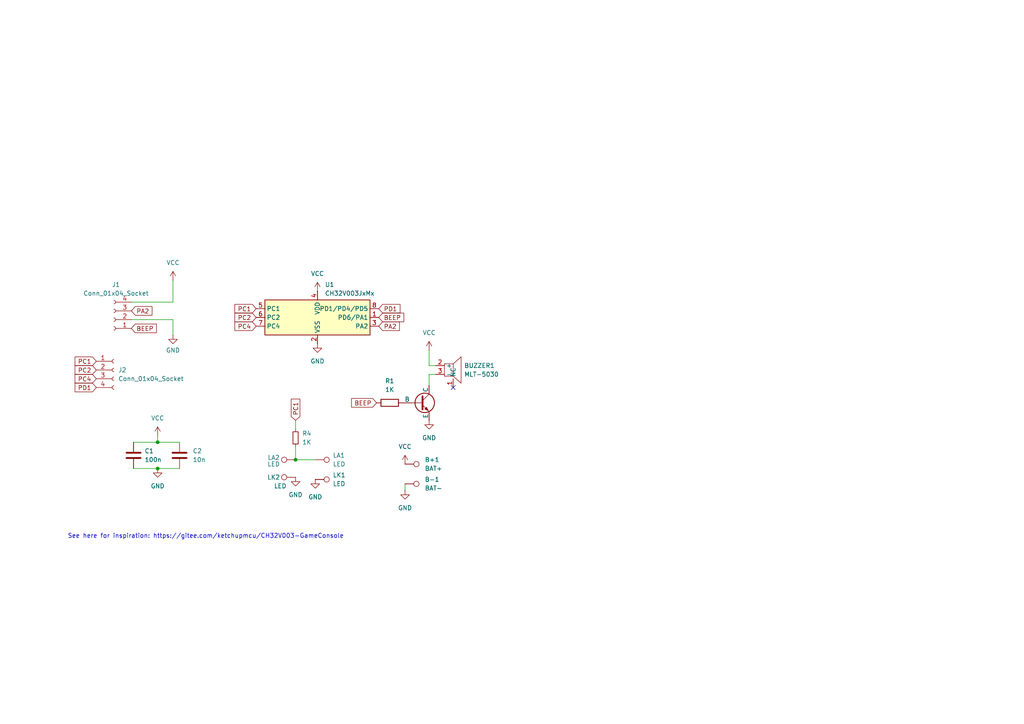
<source format=kicad_sch>
(kicad_sch (version 20250114) (generator "eeschema") (generator_version "9.0")
  (paper "A4")
  (lib_symbols
    (symbol "Connector:Conn_01x04_Socket" (pin_names (offset 1.016) (hide yes))
      (property "Reference" "J" (at 0 5.08 0))
      (property "Value" "Conn_01x04_Socket" (at 0 -7.62 0))
      (symbol "Conn_01x04_Socket_1_1"
        (polyline (pts (xy -1.27 2.54) (xy -0.508 2.54)) (stroke (width 0.1524)))
        (polyline (pts (xy -1.27 0) (xy -0.508 0)) (stroke (width 0.1524)))
        (polyline (pts (xy -1.27 -2.54) (xy -0.508 -2.54)) (stroke (width 0.1524)))
        (polyline (pts (xy -1.27 -5.08) (xy -0.508 -5.08)) (stroke (width 0.1524)))
        (arc (start 0 2.032) (mid -0.5058 2.54) (end 0 3.048) (stroke (width 0.1524)))
        (arc (start 0 -0.508) (mid -0.5058 0) (end 0 0.508) (stroke (width 0.1524)))
        (arc (start 0 -3.048) (mid -0.5058 -2.54) (end 0 -2.032) (stroke (width 0.1524)))
        (arc (start 0 -5.588) (mid -0.5058 -5.08) (end 0 -4.572) (stroke (width 0.1524)))
        (pin passive line (at -5.08 2.54 0) (length 3.81) (name "Pin_1") (number "1"))
        (pin passive line (at -5.08 0 0) (length 3.81) (name "Pin_2") (number "2"))
        (pin passive line (at -5.08 -2.54 0) (length 3.81) (name "Pin_3") (number "3"))
        (pin passive line (at -5.08 -5.08 0) (length 3.81) (name "Pin_4") (number "4"))
      )
    )
    (symbol "Connector:TestPoint" (pin_numbers (hide yes)) (pin_names (offset 0.762) (hide yes))
      (property "Reference" "TP" (at 0 6.858 0))
      (property "Value" "TestPoint" (at 0 5.08 0))
      (symbol "TestPoint_0_1"
        (circle (center 0 3.302) (radius 0.762))
      )
      (symbol "TestPoint_1_1"
        (pin passive line (at 0 0 90) (length 2.54) (name "1") (number "1"))
      )
    )
    (symbol "Device:C" (pin_numbers (hide yes)) (pin_names (offset 0.254))
      (property "Reference" "C" (at 0.635 2.54 0))
      (property "Value" "C" (at 0.635 -2.54 0))
      (symbol "C_0_1"
        (polyline (pts (xy -2.032 0.762) (xy 2.032 0.762)) (stroke (width 0.508)))
        (polyline (pts (xy -2.032 -0.762) (xy 2.032 -0.762)) (stroke (width 0.508)))
      )
      (symbol "C_1_1"
        (pin passive line (at 0 3.81 270) (length 2.794) (name "~") (number "1"))
        (pin passive line (at 0 -3.81 90) (length 2.794) (name "~") (number "2"))
      )
    )
    (symbol "Device:R" (pin_numbers (hide yes)) (pin_names (offset 0))
      (property "Reference" "R" (at 2.032 0 90))
      (property "Value" "R" (at 0 0 90))
      (symbol "R_0_1"
        (rectangle (start -1.016 -2.54) (end 1.016 2.54) (stroke (width 0.254)))
      )
      (symbol "R_1_1"
        (pin passive line (at 0 3.81 270) (length 1.27) (name "~") (number "1"))
        (pin passive line (at 0 -3.81 90) (length 1.27) (name "~") (number "2"))
      )
    )
    (symbol "Device:R_Small" (pin_numbers (hide yes)) (pin_names (offset 0.254) (hide yes))
      (property "Reference" "R" (at 0.762 0.508 0))
      (property "Value" "R_Small" (at 0.762 -1.016 0))
      (symbol "R_Small_0_1"
        (rectangle (start -0.762 1.778) (end 0.762 -1.778) (stroke (width 0.2032)))
      )
      (symbol "R_Small_1_1"
        (pin passive line (at 0 2.54 270) (length 0.762) (name "~") (number "1"))
        (pin passive line (at 0 -2.54 90) (length 0.762) (name "~") (number "2"))
      )
    )
    (symbol "MCU_WCH_CH32V0:CH32V003JxMx"
      (property "Reference" "U" (at -15.24 7.62 0))
      (property "Value" "CH32V003JxMx" (at 15.24 7.62 0))
      (symbol "CH32V003JxMx_1_1"
        (rectangle (start -15.24 5.08) (end 15.24 -5.08) (stroke (width 0.254)) (fill (type background)))
        (pin bidirectional line (at -17.78 2.54 0) (length 2.54) (name "PC1") (number "5"))
        (pin bidirectional line (at -17.78 0 0) (length 2.54) (name "PC2") (number "6"))
        (pin bidirectional line (at -17.78 -2.54 0) (length 2.54) (name "PC4") (number "7"))
        (pin power_in line (at 0 7.62 270) (length 2.54) (name "VDD") (number "4"))
        (pin power_in line (at 0 -7.62 90) (length 2.54) (name "VSS") (number "2"))
        (pin bidirectional line (at 17.78 2.54 180) (length 2.54) (name "PD1/PD4/PD5") (number "8"))
        (pin bidirectional line (at 17.78 0 180) (length 2.54) (name "PD6/PA1") (number "1"))
        (pin bidirectional line (at 17.78 -2.54 180) (length 2.54) (name "PA2") (number "3"))
      )
    )
    (symbol "MMBT2222A_1" (pin_numbers (hide yes)) (pin_names (offset 0))
      (property "Reference" "Q" (at 5.08 1.905 0))
      (property "Value" "MMBT2222A" (at 5.08 0 0))
      (symbol "MMBT2222A_1_0_1"
        (polyline (pts (xy -2.54 0) (xy 0.635 0)))
        (polyline (pts (xy 0.635 1.905) (xy 0.635 -1.905)) (stroke (width 0.508)))
        (circle (center 1.27 0) (radius 2.8194) (stroke (width 0.254)))
      )
      (symbol "MMBT2222A_1_1_1"
        (polyline (pts (xy 0.635 0.635) (xy 2.54 2.54)))
        (polyline (pts (xy 0.635 -0.635) (xy 2.54 -2.54)))
        (polyline (pts (xy 1.27 -1.778) (xy 1.778 -1.27) (xy 2.286 -2.286) (xy 1.27 -1.778)) (fill (type outline)))
        (pin input line (at -5.08 0 0) (length 2.54) (name "B") (number "1"))
        (pin passive line (at 2.54 5.08 270) (length 2.54) (name "C") (number "3"))
        (pin passive line (at 2.54 -5.08 90) (length 2.54) (name "E") (number "2"))
      )
    )
    (symbol "easyeda2kicad:MLT-5030"
      (property "Reference" "BUZZER" (at 0 6.35 0))
      (property "Value" "MLT-5030" (at 0 -10.16 0))
      (symbol "MLT-5030_0_1"
        (polyline (pts (xy -1.27 1.78) (xy -1.27 -1.78)))
        (polyline (pts (xy -1.27 1.78) (xy 1.27 1.78)))
        (polyline (pts (xy -1.27 -1.78) (xy 1.27 -1.78)))
        (polyline (pts (xy 1.27 1.78) (xy 1.27 -1.78)))
        (polyline (pts (xy 1.27 -1.78) (xy 3.56 -3.81)))
        (polyline (pts (xy 3.56 3.81) (xy 1.27 1.78)))
        (polyline (pts (xy 3.56 3.81) (xy 3.56 -3.81)))
        (pin unspecified line (at -3.81 1.27 0) (length 2.54) (name "+") (number "2"))
        (pin unspecified line (at -3.81 -1.27 0) (length 2.54) (name "-") (number "3"))
        (pin unspecified line (at 1.27 -5.08 90) (length 2.54) (name "NC") (number "1"))
      )
    )
    (symbol "power:GND" (power) (pin_numbers (hide yes)) (pin_names (offset 0) (hide yes))
      (property "Value" "GND" (at 0 -3.81 0))
      (symbol "GND_0_1"
        (polyline (pts (xy 0 0) (xy 0 -1.27) (xy 1.27 -1.27) (xy 0 -2.54) (xy -1.27 -1.27) (xy 0 -1.27)))
      )
      (symbol "GND_1_1"
        (pin power_in line (at 0 0 270) (length 0) (name "~") (number "1"))
      )
    )
    (symbol "power:VCC" (power) (pin_numbers (hide yes)) (pin_names (offset 0) (hide yes))
      (property "Value" "VCC" (at 0 3.556 0))
      (symbol "VCC_0_1"
        (polyline (pts (xy -0.762 1.27) (xy 0 2.54)))
        (polyline (pts (xy 0 2.54) (xy 0.762 1.27)))
        (polyline (pts (xy 0 0) (xy 0 2.54)))
      )
      (symbol "VCC_1_1"
        (pin power_in line (at 0 0 90) (length 0) (name "~") (number "1"))
      )
    )
  )
  (text "See here for inspiration: https://gitee.com/ketchupmcu/CH32V003-GameConsole" (at 59.69 155.575 0) (effects (font (size 1.27 1.27))))
  (junction (at 85.725 133.35))
  (junction (at 45.72 128.27))
  (junction (at 45.72 135.89))
  (no_connect (at 131.445 112.395))
  (wire (pts (xy 50.165 81.28) (xy 50.165 87.63)))
  (wire (pts (xy 124.46 108.585) (xy 126.365 108.585)))
  (wire (pts (xy 38.735 135.89) (xy 45.72 135.89)))
  (wire (pts (xy 45.72 135.89) (xy 52.07 135.89)))
  (wire (pts (xy 38.735 128.27) (xy 45.72 128.27)))
  (wire (pts (xy 85.725 121.92) (xy 85.725 124.46)))
  (wire (pts (xy 124.46 108.585) (xy 124.46 111.76)))
  (wire (pts (xy 117.475 140.335) (xy 117.475 142.24)))
  (wire (pts (xy 85.725 129.54) (xy 85.725 133.35)))
  (wire (pts (xy 85.725 133.35) (xy 91.44 133.35)))
  (wire (pts (xy 124.46 101.6) (xy 124.46 106.045)))
  (wire (pts (xy 50.165 92.71) (xy 50.165 97.155)))
  (wire (pts (xy 124.46 106.045) (xy 126.365 106.045)))
  (wire (pts (xy 38.1 87.63) (xy 50.165 87.63)))
  (wire (pts (xy 45.72 128.27) (xy 52.07 128.27)))
  (wire (pts (xy 45.72 126.365) (xy 45.72 128.27)))
  (wire (pts (xy 38.1 92.71) (xy 50.165 92.71)))
  (global_label "PC2" (shape input) (at 27.94 107.315 180) (property "Intersheetrefs" "${INTERSHEET_REFS}" (effects (hide yes))))
  (global_label "PA2" (shape input) (at 109.855 94.615 0) (property "Intersheetrefs" "${INTERSHEET_REFS}" (effects (hide yes))))
  (global_label "PC4" (shape input) (at 27.94 109.855 180) (property "Intersheetrefs" "${INTERSHEET_REFS}" (effects (hide yes))))
  (global_label "BEEP" (shape input) (at 38.1 95.25 0) (property "Intersheetrefs" "${INTERSHEET_REFS}" (effects (hide yes))))
  (global_label "PD1" (shape input) (at 109.855 89.535 0) (property "Intersheetrefs" "${INTERSHEET_REFS}" (effects (hide yes))))
  (global_label "PC2" (shape input) (at 74.295 92.075 180) (property "Intersheetrefs" "${INTERSHEET_REFS}" (effects (hide yes))))
  (global_label "PC1" (shape input) (at 74.295 89.535 180) (property "Intersheetrefs" "${INTERSHEET_REFS}" (effects (hide yes))))
  (global_label "PC1" (shape input) (at 27.94 104.775 180) (property "Intersheetrefs" "${INTERSHEET_REFS}" (effects (hide yes))))
  (global_label "BEEP" (shape input) (at 109.22 116.84 180) (property "Intersheetrefs" "${INTERSHEET_REFS}" (effects (hide yes))))
  (global_label "PC4" (shape input) (at 74.295 94.615 180) (property "Intersheetrefs" "${INTERSHEET_REFS}" (effects (hide yes))))
  (global_label "BEEP" (shape input) (at 109.855 92.075 0) (property "Intersheetrefs" "${INTERSHEET_REFS}" (effects (hide yes))))
  (global_label "PD1" (shape input) (at 27.94 112.395 180) (property "Intersheetrefs" "${INTERSHEET_REFS}" (effects (hide yes))))
  (global_label "PC1" (shape input) (at 85.725 121.92 90) (property "Intersheetrefs" "${INTERSHEET_REFS}" (effects (hide yes))))
  (global_label "PA2" (shape input) (at 38.1 90.17 0) (property "Intersheetrefs" "${INTERSHEET_REFS}" (effects (hide yes))))
  (symbol (lib_id "Connector:TestPoint") (at 85.725 138.43 90) (unit 1)
    (property "Reference" "LK2" (at 79.375 138.43 90))
    (property "Value" "LED" (at 81.28 140.97 90))
    (property "Footprint" "TestPoint:TestPoint_Pad_1.5x1.5mm" (effects (hide yes)))
    (property "Description" "test point" (effects (hide yes)))
  )
  (symbol (lib_id "Device:R_Small") (at 85.725 127 180) (unit 1)
    (property "Reference" "R4" (at 87.63 125.7299 0) (effects (justify right)))
    (property "Value" "1K" (at 87.63 128.2699 0) (effects (justify right)))
    (property "Footprint" "Resistor_SMD:R_0603_1608Metric" (effects (hide yes)))
    (property "Description" "Resistor, small symbol" (effects (hide yes)))
  )
  (symbol (lib_id "power:GND") (at 50.165 97.155 0) (unit 1)
    (property "Reference" "#PWR09" (effects (hide yes)))
    (property "Value" "GND" (at 50.165 101.6 0))
    (property "Description" "Power symbol creates a global label with name \"GND\" , ground" (effects (hide yes)))
  )
  (symbol (lib_name "MMBT2222A_1") (lib_id "Transistor_BJT:MMBT2222A") (at 121.92 116.84 0) (unit 1)
    (property "Reference" "Q2" (effects (hide yes)))
    (property "Value" "MMBT2222A" (effects (hide yes)))
    (property "Footprint" "Package_TO_SOT_SMD:SOT-23" (effects (hide yes)))
    (property "Datasheet" "https://assets.nexperia.com/documents/data-sheet/MMBT2222A.pdf" (effects (hide yes)))
    (property "Description" "600mA Ic, 40V Vce, NPN Transistor, SOT-23" (effects (hide yes)))
  )
  (symbol (lib_id "Connector:TestPoint") (at 85.725 133.35 90) (unit 1)
    (property "Reference" "LA2" (at 79.375 132.715 90))
    (property "Value" "LED" (at 79.375 134.62 90))
    (property "Footprint" "TestPoint:TestPoint_Pad_1.5x1.5mm" (effects (hide yes)))
    (property "Description" "test point" (effects (hide yes)))
  )
  (symbol (lib_id "Device:C") (at 52.07 132.08 0) (unit 1)
    (property "Reference" "C2" (at 55.88 130.8099 0) (effects (justify left)))
    (property "Value" "10n" (at 55.88 133.3499 0) (effects (justify left)))
    (property "Footprint" "Capacitor_SMD:C_0603_1608Metric" (effects (hide yes)))
    (property "Description" "Unpolarized capacitor" (effects (hide yes)))
  )
  (symbol (lib_id "MCU_WCH_CH32V0:CH32V003JxMx") (at 92.075 92.075 0) (unit 1)
    (property "Reference" "U1" (at 94.2183 82.55 0) (effects (justify left)))
    (property "Value" "CH32V003JxMx" (at 94.2183 85.09 0) (effects (justify left)))
    (property "Footprint" "Package_SO:JEITA_SOIC-8_3.9x4.9mm_P1.27mm" (effects (hide yes)))
    (property "Datasheet" "https://www.wch-ic.com/products/CH32V003.html" (effects (hide yes)))
    (property "Description" "CH32V003 series are industrial-grade general-purpose microcontrollers designed based on 32-bit RISC-V instruction set and architecture. It adopts QingKe V2A core, RV32EC instruction set, and supports 2 levels of interrupt nesting. The series are mounted with rich peripheral interfaces and function modules. Its internal organizational structure meets the low-cost and low-power embedded application scenarios. JEITA SOIC-8 (SOP-8)" (effects (hide yes)))
  )
  (symbol (lib_id "power:VCC") (at 117.475 134.62 0) (unit 1)
    (property "Reference" "#PWR02" (effects (hide yes)))
    (property "Value" "VCC" (at 117.475 129.54 0))
    (property "Description" "Power symbol creates a global label with name \"VCC\"" (effects (hide yes)))
  )
  (symbol (lib_id "power:VCC") (at 45.72 126.365 0) (unit 1)
    (property "Reference" "#PWR05" (effects (hide yes)))
    (property "Value" "VCC" (at 45.72 121.285 0))
    (property "Description" "Power symbol creates a global label with name \"VCC\"" (effects (hide yes)))
  )
  (symbol (lib_id "power:VCC") (at 124.46 101.6 0) (unit 1)
    (property "Reference" "#PWR07" (effects (hide yes)))
    (property "Value" "VCC" (at 124.46 96.52 0))
    (property "Description" "Power symbol creates a global label with name \"VCC\"" (effects (hide yes)))
  )
  (symbol (lib_id "Connector:TestPoint") (at 91.44 139.065 270) (unit 1)
    (property "Reference" "LK1" (at 96.52 137.7949 90) (effects (justify left)))
    (property "Value" "LED" (at 96.52 140.3349 90) (effects (justify left)))
    (property "Footprint" "TestPoint:TestPoint_Pad_1.5x1.5mm" (effects (hide yes)))
    (property "Description" "test point" (effects (hide yes)))
  )
  (symbol (lib_id "Connector:Conn_01x04_Socket") (at 33.02 107.315 0) (unit 1)
    (property "Reference" "J2" (at 34.29 107.3149 0) (effects (justify left)))
    (property "Value" "Conn_01x04_Socket" (at 34.29 109.8549 0) (effects (justify left)))
    (property "Footprint" "Connector_PinHeader_2.54mm:PinHeader_1x04_P2.54mm_Vertical" (effects (hide yes)))
    (property "Description" "Generic connector, single row, 01x04, script generated" (effects (hide yes)))
  )
  (symbol (lib_id "Device:R") (at 113.03 116.84 270) (unit 1)
    (property "Reference" "R1" (at 113.03 110.49 90))
    (property "Value" "1K" (at 113.03 113.03 90))
    (property "Footprint" "Resistor_SMD:R_0603_1608Metric" (effects (hide yes)))
    (property "Description" "Resistor" (effects (hide yes)))
  )
  (symbol (lib_id "power:GND") (at 117.475 142.24 0) (unit 1)
    (property "Reference" "#PWR01" (effects (hide yes)))
    (property "Value" "GND" (at 117.475 147.32 0))
    (property "Description" "Power symbol creates a global label with name \"GND\" , ground" (effects (hide yes)))
  )
  (symbol (lib_id "power:GND") (at 45.72 135.89 0) (unit 1)
    (property "Reference" "#PWR06" (effects (hide yes)))
    (property "Value" "GND" (at 45.72 140.97 0))
    (property "Description" "Power symbol creates a global label with name \"GND\" , ground" (effects (hide yes)))
  )
  (symbol (lib_id "Connector:TestPoint") (at 117.475 140.335 270) (unit 1)
    (property "Reference" "B-1" (at 123.19 139.0649 90) (effects (justify left)))
    (property "Value" "BAT-" (at 123.19 141.6049 90) (effects (justify left)))
    (property "Footprint" "TestPoint:TestPoint_Pad_1.5x1.5mm" (effects (hide yes)))
    (property "Description" "test point" (effects (hide yes)))
  )
  (symbol (lib_id "power:VCC") (at 92.075 84.455 0) (unit 1)
    (property "Reference" "#PWR03" (effects (hide yes)))
    (property "Value" "VCC" (at 92.075 79.375 0))
    (property "Description" "Power symbol creates a global label with name \"VCC\"" (effects (hide yes)))
  )
  (symbol (lib_id "power:GND") (at 92.075 99.695 0) (unit 1)
    (property "Reference" "#PWR04" (effects (hide yes)))
    (property "Value" "GND" (at 92.075 104.775 0))
    (property "Description" "Power symbol creates a global label with name \"GND\" , ground" (effects (hide yes)))
  )
  (symbol (lib_id "power:GND") (at 85.725 138.43 0) (unit 1)
    (property "Reference" "#PWR012" (effects (hide yes)))
    (property "Value" "GND" (at 85.725 143.51 0))
    (property "Description" "Power symbol creates a global label with name \"GND\" , ground" (effects (hide yes)))
  )
  (symbol (lib_id "Connector:TestPoint") (at 117.475 134.62 270) (unit 1)
    (property "Reference" "B+1" (at 123.19 133.3499 90) (effects (justify left)))
    (property "Value" "BAT+" (at 123.19 135.8899 90) (effects (justify left)))
    (property "Footprint" "TestPoint:TestPoint_Pad_1.5x1.5mm" (effects (hide yes)))
    (property "Description" "test point" (effects (hide yes)))
  )
  (symbol (lib_id "Connector:Conn_01x04_Socket") (at 33.02 92.71 180) (unit 1)
    (property "Reference" "J1" (at 33.655 82.55 0))
    (property "Value" "Conn_01x04_Socket" (at 33.655 85.09 0))
    (property "Footprint" "Connector_PinHeader_2.54mm:PinHeader_1x04_P2.54mm_Vertical" (effects (hide yes)))
    (property "Description" "Generic connector, single row, 01x04, script generated" (effects (hide yes)))
  )
  (symbol (lib_id "Device:C") (at 38.735 132.08 0) (unit 1)
    (property "Reference" "C1" (at 41.91 130.8099 0) (effects (justify left)))
    (property "Value" "100n" (at 41.91 133.3499 0) (effects (justify left)))
    (property "Footprint" "Capacitor_SMD:C_0603_1608Metric" (effects (hide yes)))
    (property "Description" "Unpolarized capacitor" (effects (hide yes)))
  )
  (symbol (lib_id "power:GND") (at 124.46 121.92 0) (unit 1)
    (property "Reference" "#PWR08" (effects (hide yes)))
    (property "Value" "GND" (at 124.46 127 0))
    (property "Description" "Power symbol creates a global label with name \"GND\" , ground" (effects (hide yes)))
  )
  (symbol (lib_id "Connector:TestPoint") (at 91.44 133.35 270) (unit 1)
    (property "Reference" "LA1" (at 96.52 132.0799 90) (effects (justify left)))
    (property "Value" "LED" (at 96.52 134.6199 90) (effects (justify left)))
    (property "Footprint" "TestPoint:TestPoint_Pad_1.5x1.5mm" (effects (hide yes)))
    (property "Description" "test point" (effects (hide yes)))
  )
  (symbol (lib_id "power:GND") (at 91.44 139.065 0) (unit 1)
    (property "Reference" "#PWR013" (effects (hide yes)))
    (property "Value" "GND" (at 91.44 144.145 0))
    (property "Description" "Power symbol creates a global label with name \"GND\" , ground" (effects (hide yes)))
  )
  (symbol (lib_id "easyeda2kicad:MLT-5030") (at 130.175 107.315 0) (unit 1)
    (property "Reference" "BUZZER1" (at 134.62 106.0449 0) (effects (justify left)))
    (property "Value" "MLT-5030" (at 134.62 108.5849 0) (effects (justify left)))
    (property "Footprint" "easyeda2kicad:BUZ-SMD_3P-L5.2-W5.2-P3.50-BR" (effects (hide yes)))
    (property "Datasheet" "https://lcsc.com/product-detail/Buzzers_MLT-5030_C95297.html" (effects (hide yes)))
    (property "LCSC Part" "C95297" (effects (hide yes)))
  )
  (symbol (lib_id "power:VCC") (at 50.165 81.28 0) (unit 1)
    (property "Reference" "#PWR010" (effects (hide yes)))
    (property "Value" "VCC" (at 50.165 76.2 0))
    (property "Description" "Power symbol creates a global label with name \"VCC\"" (effects (hide yes)))
  )
)
</source>
